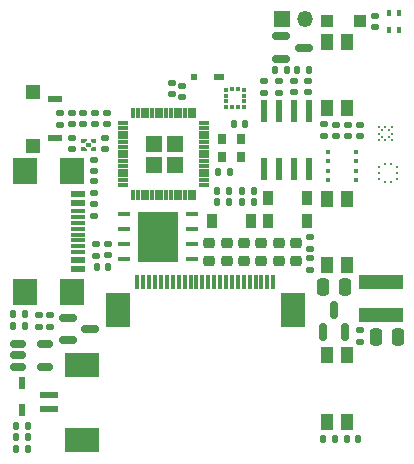
<source format=gbr>
%TF.GenerationSoftware,KiCad,Pcbnew,(6.99.0-1793-ga56955443f)*%
%TF.CreationDate,2022-12-11T18:47:06+00:00*%
%TF.ProjectId,Watchy-MrT-ESP32-S3-V1,57617463-6879-42d4-9d72-542d45535033,rev?*%
%TF.SameCoordinates,Original*%
%TF.FileFunction,Paste,Top*%
%TF.FilePolarity,Positive*%
%FSLAX46Y46*%
G04 Gerber Fmt 4.6, Leading zero omitted, Abs format (unit mm)*
G04 Created by KiCad (PCBNEW (6.99.0-1793-ga56955443f)) date 2022-12-11 18:47:06*
%MOMM*%
%LPD*%
G01*
G04 APERTURE LIST*
G04 Aperture macros list*
%AMRoundRect*
0 Rectangle with rounded corners*
0 $1 Rounding radius*
0 $2 $3 $4 $5 $6 $7 $8 $9 X,Y pos of 4 corners*
0 Add a 4 corners polygon primitive as box body*
4,1,4,$2,$3,$4,$5,$6,$7,$8,$9,$2,$3,0*
0 Add four circle primitives for the rounded corners*
1,1,$1+$1,$2,$3*
1,1,$1+$1,$4,$5*
1,1,$1+$1,$6,$7*
1,1,$1+$1,$8,$9*
0 Add four rect primitives between the rounded corners*
20,1,$1+$1,$2,$3,$4,$5,0*
20,1,$1+$1,$4,$5,$6,$7,0*
20,1,$1+$1,$6,$7,$8,$9,0*
20,1,$1+$1,$8,$9,$2,$3,0*%
G04 Aperture macros list end*
%ADD10C,0.000100*%
%ADD11C,0.010000*%
%ADD12R,0.400000X0.400000*%
%ADD13R,1.150000X0.600000*%
%ADD14R,1.150000X0.300000*%
%ADD15R,2.000000X2.180000*%
%ADD16R,0.250000X0.275000*%
%ADD17R,0.275000X0.250000*%
%ADD18R,1.050000X0.450000*%
%ADD19R,3.450000X4.350000*%
%ADD20R,0.500000X1.100000*%
%ADD21RoundRect,0.135000X0.135000X0.185000X-0.135000X0.185000X-0.135000X-0.185000X0.135000X-0.185000X0*%
%ADD22RoundRect,0.150000X-0.587500X-0.150000X0.587500X-0.150000X0.587500X0.150000X-0.587500X0.150000X0*%
%ADD23R,1.100000X1.100000*%
%ADD24RoundRect,0.140000X-0.140000X-0.170000X0.140000X-0.170000X0.140000X0.170000X-0.140000X0.170000X0*%
%ADD25O,1.350000X1.350000*%
%ADD26R,1.350000X1.350000*%
%ADD27R,1.600000X0.500000*%
%ADD28R,2.900000X2.100000*%
%ADD29RoundRect,0.140000X0.170000X-0.140000X0.170000X0.140000X-0.170000X0.140000X-0.170000X-0.140000X0*%
%ADD30R,0.533400X1.981200*%
%ADD31C,0.200000*%
%ADD32R,0.375000X0.350000*%
%ADD33R,0.350000X0.375000*%
%ADD34R,0.300000X1.300000*%
%ADD35R,2.000000X3.000000*%
%ADD36RoundRect,0.135000X-0.135000X-0.185000X0.135000X-0.185000X0.135000X0.185000X-0.135000X0.185000X0*%
%ADD37RoundRect,0.150000X0.150000X-0.587500X0.150000X0.587500X-0.150000X0.587500X-0.150000X-0.587500X0*%
%ADD38RoundRect,0.135000X0.185000X-0.135000X0.185000X0.135000X-0.185000X0.135000X-0.185000X-0.135000X0*%
%ADD39RoundRect,0.250000X0.250000X0.475000X-0.250000X0.475000X-0.250000X-0.475000X0.250000X-0.475000X0*%
%ADD40RoundRect,0.150000X-0.512500X-0.150000X0.512500X-0.150000X0.512500X0.150000X-0.512500X0.150000X0*%
%ADD41RoundRect,0.225000X0.250000X-0.225000X0.250000X0.225000X-0.250000X0.225000X-0.250000X-0.225000X0*%
%ADD42RoundRect,0.250000X-0.250000X-0.475000X0.250000X-0.475000X0.250000X0.475000X-0.250000X0.475000X0*%
%ADD43RoundRect,0.006600X-0.103400X0.398400X-0.103400X-0.398400X0.103400X-0.398400X0.103400X0.398400X0*%
%ADD44RoundRect,0.022000X-0.383000X0.088000X-0.383000X-0.088000X0.383000X-0.088000X0.383000X0.088000X0*%
%ADD45R,1.000000X1.400000*%
%ADD46R,0.900000X1.200000*%
%ADD47RoundRect,0.135000X-0.185000X0.135000X-0.185000X-0.135000X0.185000X-0.135000X0.185000X0.135000X0*%
%ADD48R,0.650000X0.850000*%
%ADD49RoundRect,0.140000X-0.170000X0.140000X-0.170000X-0.140000X0.170000X-0.140000X0.170000X0.140000X0*%
%ADD50RoundRect,0.147500X0.147500X0.172500X-0.147500X0.172500X-0.147500X-0.172500X0.147500X-0.172500X0*%
%ADD51R,1.200000X1.200000*%
%ADD52R,1.200000X0.500000*%
%ADD53R,0.400000X0.500000*%
%ADD54RoundRect,0.140000X0.140000X0.170000X-0.140000X0.170000X-0.140000X-0.170000X0.140000X-0.170000X0*%
%ADD55R,0.500000X0.500000*%
%ADD56R,0.900000X0.500000*%
%ADD57R,3.700000X1.200000*%
G04 APERTURE END LIST*
%TO.C,U3*%
G36*
X117000000Y-67355000D02*
G01*
X116610000Y-67355000D01*
X116610000Y-67245000D01*
X116760000Y-67095000D01*
X117000000Y-67095000D01*
X117000000Y-67355000D01*
G37*
D10*
X117000000Y-67355000D02*
X116610000Y-67355000D01*
X116610000Y-67245000D01*
X116760000Y-67095000D01*
X117000000Y-67095000D01*
X117000000Y-67355000D01*
G36*
X116190000Y-66555000D02*
G01*
X116040000Y-66705000D01*
X115800000Y-66705000D01*
X115800000Y-66445000D01*
X116190000Y-66445000D01*
X116190000Y-66555000D01*
G37*
X116190000Y-66555000D02*
X116040000Y-66705000D01*
X115800000Y-66705000D01*
X115800000Y-66445000D01*
X116190000Y-66445000D01*
X116190000Y-66555000D01*
G36*
X116190000Y-67245000D02*
G01*
X116190000Y-67355000D01*
X115800000Y-67355000D01*
X115800000Y-67095000D01*
X116040000Y-67095000D01*
X116190000Y-67245000D01*
G37*
X116190000Y-67245000D02*
X116190000Y-67355000D01*
X115800000Y-67355000D01*
X115800000Y-67095000D01*
X116040000Y-67095000D01*
X116190000Y-67245000D01*
G36*
X117000000Y-66705000D02*
G01*
X116760000Y-66705000D01*
X116610000Y-66555000D01*
X116610000Y-66445000D01*
X117000000Y-66445000D01*
X117000000Y-66705000D01*
G37*
X117000000Y-66705000D02*
X116760000Y-66705000D01*
X116610000Y-66555000D01*
X116610000Y-66445000D01*
X117000000Y-66445000D01*
X117000000Y-66705000D01*
G36*
X116564000Y-67064000D02*
G01*
X116236000Y-67064000D01*
X116236000Y-66736000D01*
X116564000Y-66736000D01*
X116564000Y-67064000D01*
G37*
D11*
X116564000Y-67064000D02*
X116236000Y-67064000D01*
X116236000Y-66736000D01*
X116564000Y-66736000D01*
X116564000Y-67064000D01*
%TO.C,U1*%
G36*
X124315000Y-67455000D02*
G01*
X123045000Y-67455000D01*
X123045000Y-66185000D01*
X124315000Y-66185000D01*
X124315000Y-67455000D01*
G37*
X124315000Y-67455000D02*
X123045000Y-67455000D01*
X123045000Y-66185000D01*
X124315000Y-66185000D01*
X124315000Y-67455000D01*
G36*
X122555000Y-67455000D02*
G01*
X121285000Y-67455000D01*
X121285000Y-66185000D01*
X122555000Y-66185000D01*
X122555000Y-67455000D01*
G37*
X122555000Y-67455000D02*
X121285000Y-67455000D01*
X121285000Y-66185000D01*
X122555000Y-66185000D01*
X122555000Y-67455000D01*
G36*
X124315000Y-69215000D02*
G01*
X123045000Y-69215000D01*
X123045000Y-67945000D01*
X124315000Y-67945000D01*
X124315000Y-69215000D01*
G37*
X124315000Y-69215000D02*
X123045000Y-69215000D01*
X123045000Y-67945000D01*
X124315000Y-67945000D01*
X124315000Y-69215000D01*
G36*
X122555000Y-69215000D02*
G01*
X121285000Y-69215000D01*
X121285000Y-67945000D01*
X122555000Y-67945000D01*
X122555000Y-69215000D01*
G37*
X122555000Y-69215000D02*
X121285000Y-69215000D01*
X121285000Y-67945000D01*
X122555000Y-67945000D01*
X122555000Y-69215000D01*
%TD*%
D12*
%TO.C,U4*%
X139064999Y-67499999D03*
X139064999Y-68299999D03*
X139064999Y-69099999D03*
X139064999Y-69899999D03*
X136664999Y-69899999D03*
X136664999Y-69099999D03*
X136664999Y-68299999D03*
X136664999Y-67499999D03*
%TD*%
D13*
%TO.C,J2*%
X115564999Y-71069999D03*
X115564999Y-71869999D03*
X115564999Y-76669999D03*
X115564999Y-77469999D03*
D14*
X115564999Y-72519999D03*
X115564999Y-76019999D03*
X115564999Y-73019999D03*
X115564999Y-75519999D03*
X115564999Y-73519999D03*
X115564999Y-75019999D03*
X115564999Y-74019999D03*
X115564999Y-74519999D03*
D15*
X114989999Y-69159999D03*
X114989999Y-79379999D03*
X111059999Y-69159999D03*
X111059999Y-79379999D03*
%TD*%
D16*
%TO.C,IC2*%
X142049999Y-68536999D03*
X141549999Y-68536999D03*
D17*
X141037999Y-68799999D03*
X141037999Y-69299999D03*
X141037999Y-69799999D03*
D16*
X141549999Y-70062999D03*
X142049999Y-70062999D03*
D17*
X142561999Y-69799999D03*
X142561999Y-69299999D03*
X142561999Y-68799999D03*
%TD*%
D18*
%TO.C,IC1*%
X125149999Y-76604999D03*
X125149999Y-75334999D03*
X125149999Y-74064999D03*
X125149999Y-72794999D03*
X119449999Y-72794999D03*
X119449999Y-74064999D03*
X119449999Y-75334999D03*
X119449999Y-76604999D03*
D19*
X122299999Y-74699999D03*
%TD*%
D20*
%TO.C,D4*%
X110799999Y-89349999D03*
X110799999Y-87049999D03*
%TD*%
D21*
%TO.C,R11*%
X133210000Y-60600000D03*
X132190000Y-60600000D03*
%TD*%
D22*
%TO.C,Q3*%
X132762500Y-57750000D03*
X132762500Y-59650000D03*
X134637500Y-58700000D03*
%TD*%
D23*
%TO.C,D6*%
X139399999Y-56399999D03*
X136599999Y-56399999D03*
%TD*%
D24*
%TO.C,C19*%
X134120000Y-60600000D03*
X135080000Y-60600000D03*
%TD*%
D25*
%TO.C,M1*%
X134799999Y-56299999D03*
D26*
X132799999Y-56299999D03*
%TD*%
D27*
%TO.C,J3*%
X113049999Y-88074999D03*
X113049999Y-89324999D03*
D28*
X115899999Y-91874999D03*
X115899999Y-85542999D03*
%TD*%
D29*
%TO.C,C28*%
X140700000Y-56980000D03*
X140700000Y-56020000D03*
%TD*%
D22*
%TO.C,Q2*%
X114662500Y-81550000D03*
X114662500Y-83450000D03*
X116537500Y-82500000D03*
%TD*%
D30*
%TO.C,U6*%
X131294999Y-68963799D03*
X132564999Y-68963799D03*
X133834999Y-68963799D03*
X135104999Y-68963799D03*
X135104999Y-64036199D03*
X133834999Y-64036199D03*
X132564999Y-64036199D03*
X131294999Y-64036199D03*
%TD*%
D31*
%TO.C,U7*%
X140981750Y-65399000D03*
X141547750Y-65399000D03*
X142113750Y-65399000D03*
X141264750Y-65682000D03*
X141830750Y-65682000D03*
X140981750Y-65965000D03*
X142113750Y-65965000D03*
X141264750Y-66248000D03*
X141830750Y-66248000D03*
X140981750Y-66531000D03*
X141547750Y-66531000D03*
X142113750Y-66531000D03*
%TD*%
D29*
%TO.C,C35*%
X124350000Y-62880000D03*
X124350000Y-61920000D03*
%TD*%
D32*
%TO.C,U8*%
X128037499Y-62249999D03*
X128037499Y-62749999D03*
X128037499Y-63249999D03*
X128037499Y-63749999D03*
D33*
X128549999Y-63762499D03*
X129049999Y-63762499D03*
D32*
X129562499Y-63749999D03*
X129562499Y-63249999D03*
X129562499Y-62749999D03*
X129562499Y-62249999D03*
D33*
X129049999Y-62237499D03*
X128549999Y-62237499D03*
%TD*%
D34*
%TO.C,J1*%
X132069999Y-78569999D03*
X131569999Y-78569999D03*
X131069999Y-78569999D03*
X130569999Y-78569999D03*
X130069999Y-78569999D03*
X129569999Y-78569999D03*
X129069999Y-78569999D03*
X128569999Y-78569999D03*
X128069999Y-78569999D03*
X127569999Y-78569999D03*
X127069999Y-78569999D03*
X126569999Y-78569999D03*
X126069999Y-78569999D03*
X125569999Y-78569999D03*
X125069999Y-78569999D03*
X124569999Y-78569999D03*
X124069999Y-78569999D03*
X123569999Y-78569999D03*
X123069999Y-78569999D03*
X122569999Y-78569999D03*
X122069999Y-78569999D03*
X121569999Y-78569999D03*
X121069999Y-78569999D03*
X120569999Y-78569999D03*
D35*
X118919999Y-80919999D03*
X133719999Y-80919999D03*
%TD*%
D36*
%TO.C,R10*%
X110290000Y-90700000D03*
X111310000Y-90700000D03*
%TD*%
D37*
%TO.C,Q1*%
X136250000Y-82812500D03*
X138150000Y-82812500D03*
X137200000Y-80937500D03*
%TD*%
D38*
%TO.C,R6*%
X113200000Y-82360000D03*
X113200000Y-81340000D03*
%TD*%
D29*
%TO.C,C27*%
X137400000Y-66180000D03*
X137400000Y-65220000D03*
%TD*%
D39*
%TO.C,C8*%
X142650000Y-83175000D03*
X140750000Y-83175000D03*
%TD*%
D29*
%TO.C,C30*%
X117000000Y-65180000D03*
X117000000Y-64220000D03*
%TD*%
D40*
%TO.C,U2*%
X110462500Y-83800000D03*
X110462500Y-84750000D03*
X110462500Y-85700000D03*
X112737500Y-85700000D03*
X112737500Y-83800000D03*
%TD*%
D24*
%TO.C,C1*%
X128720000Y-65200000D03*
X129680000Y-65200000D03*
%TD*%
D38*
%TO.C,R3*%
X135200000Y-77535000D03*
X135200000Y-76515000D03*
%TD*%
D41*
%TO.C,C16*%
X126650000Y-76800000D03*
X126650000Y-75250000D03*
%TD*%
D36*
%TO.C,R17*%
X129390000Y-71800000D03*
X130410000Y-71800000D03*
%TD*%
D41*
%TO.C,C10*%
X129600000Y-76800000D03*
X129600000Y-75250000D03*
%TD*%
D29*
%TO.C,C17*%
X133800000Y-62480000D03*
X133800000Y-61520000D03*
%TD*%
D42*
%TO.C,C9*%
X136250000Y-78950000D03*
X138150000Y-78950000D03*
%TD*%
D43*
%TO.C,U1*%
X125400000Y-64255000D03*
X125000000Y-64255000D03*
X124600000Y-64255000D03*
X124200000Y-64255000D03*
X123800000Y-64255000D03*
X123400000Y-64255000D03*
X123000000Y-64255000D03*
X122600000Y-64255000D03*
X122200000Y-64255000D03*
X121800000Y-64255000D03*
X121400000Y-64255000D03*
X121000000Y-64255000D03*
X120600000Y-64255000D03*
X120200000Y-64255000D03*
D44*
X119355000Y-65100000D03*
X119355000Y-65500000D03*
X119355000Y-65900000D03*
X119355000Y-66300000D03*
X119355000Y-66700000D03*
X119355000Y-67100000D03*
X119355000Y-67500000D03*
X119355000Y-67900000D03*
X119355000Y-68300000D03*
X119355000Y-68700000D03*
X119355000Y-69100000D03*
X119355000Y-69500000D03*
X119355000Y-69900000D03*
X119355000Y-70300000D03*
D43*
X120200000Y-71145000D03*
X120600000Y-71145000D03*
X121000000Y-71145000D03*
X121400000Y-71145000D03*
X121800000Y-71145000D03*
X122200000Y-71145000D03*
X122600000Y-71145000D03*
X123000000Y-71145000D03*
X123400000Y-71145000D03*
X123800000Y-71145000D03*
X124200000Y-71145000D03*
X124600000Y-71145000D03*
X125000000Y-71145000D03*
X125400000Y-71145000D03*
D44*
X126245000Y-70300000D03*
X126245000Y-69900000D03*
X126245000Y-69500000D03*
X126245000Y-69100000D03*
X126245000Y-68700000D03*
X126245000Y-68300000D03*
X126245000Y-67900000D03*
X126245000Y-67500000D03*
X126245000Y-67100000D03*
X126245000Y-66700000D03*
X126245000Y-66300000D03*
X126245000Y-65900000D03*
X126245000Y-65500000D03*
X126245000Y-65100000D03*
%TD*%
D45*
%TO.C,SW2*%
X138349999Y-71474999D03*
X136649999Y-71474999D03*
X138349999Y-77074999D03*
X136649999Y-77074999D03*
%TD*%
D46*
%TO.C,D2*%
X131649999Y-71399999D03*
X134949999Y-71399999D03*
%TD*%
D41*
%TO.C,C15*%
X128125000Y-76800000D03*
X128125000Y-75250000D03*
%TD*%
D24*
%TO.C,C18*%
X110320000Y-92700000D03*
X111280000Y-92700000D03*
%TD*%
D47*
%TO.C,R18*%
X132550000Y-61490000D03*
X132550000Y-62510000D03*
%TD*%
D48*
%TO.C,Y1*%
X127724999Y-67974999D03*
X129374999Y-67974999D03*
X129374999Y-66424999D03*
X127724999Y-66424999D03*
%TD*%
D46*
%TO.C,D1*%
X130149999Y-73399999D03*
X126849999Y-73399999D03*
%TD*%
D38*
%TO.C,R13*%
X117025000Y-76335000D03*
X117025000Y-75315000D03*
%TD*%
D41*
%TO.C,C12*%
X134025000Y-76800000D03*
X134025000Y-75250000D03*
%TD*%
D29*
%TO.C,C3*%
X115000000Y-65180000D03*
X115000000Y-64220000D03*
%TD*%
D38*
%TO.C,R7*%
X112200000Y-82360000D03*
X112200000Y-81340000D03*
%TD*%
D29*
%TO.C,C32*%
X123500000Y-62630000D03*
X123500000Y-61670000D03*
%TD*%
D45*
%TO.C,SW1*%
X138349999Y-58199999D03*
X136649999Y-58199999D03*
X138349999Y-63799999D03*
X136649999Y-63799999D03*
%TD*%
D21*
%TO.C,R8*%
X111060000Y-82300000D03*
X110040000Y-82300000D03*
%TD*%
D41*
%TO.C,C13*%
X132550000Y-76800000D03*
X132550000Y-75250000D03*
%TD*%
D49*
%TO.C,C22*%
X117800000Y-66320000D03*
X117800000Y-67280000D03*
%TD*%
D38*
%TO.C,R15*%
X135200000Y-75710000D03*
X135200000Y-74690000D03*
%TD*%
D24*
%TO.C,C11*%
X138300000Y-91800000D03*
X139260000Y-91800000D03*
%TD*%
D47*
%TO.C,R19*%
X131300000Y-61490000D03*
X131300000Y-62510000D03*
%TD*%
D29*
%TO.C,C29*%
X118000000Y-65180000D03*
X118000000Y-64220000D03*
%TD*%
D45*
%TO.C,SW3*%
X138349999Y-84749999D03*
X136649999Y-84749999D03*
X138349999Y-90349999D03*
X136649999Y-90349999D03*
%TD*%
D41*
%TO.C,C14*%
X131075000Y-76800000D03*
X131075000Y-75250000D03*
%TD*%
D50*
%TO.C,D5*%
X111035000Y-81250000D03*
X110065000Y-81250000D03*
%TD*%
D21*
%TO.C,R9*%
X111310000Y-91700000D03*
X110290000Y-91700000D03*
%TD*%
D49*
%TO.C,C21*%
X115000000Y-66320000D03*
X115000000Y-67280000D03*
%TD*%
D51*
%TO.C,SW4*%
X111741749Y-66985999D03*
X111741749Y-62413999D03*
D52*
X113583249Y-66374999D03*
X113583249Y-63024999D03*
%TD*%
D49*
%TO.C,C31*%
X116900000Y-68220000D03*
X116900000Y-69180000D03*
%TD*%
D53*
%TO.C,U9*%
X142699999Y-55799999D03*
X141899999Y-55799999D03*
X141899999Y-57199999D03*
X142699999Y-57199999D03*
%TD*%
D29*
%TO.C,C4*%
X135000000Y-62480000D03*
X135000000Y-61520000D03*
%TD*%
D46*
%TO.C,D3*%
X131649999Y-73399999D03*
X134949999Y-73399999D03*
%TD*%
D38*
%TO.C,R14*%
X136400000Y-66210000D03*
X136400000Y-65190000D03*
%TD*%
D54*
%TO.C,C5*%
X128300000Y-71800000D03*
X127340000Y-71800000D03*
%TD*%
D29*
%TO.C,C26*%
X139400000Y-66180000D03*
X139400000Y-65220000D03*
%TD*%
D55*
%TO.C,AE1*%
X125394999Y-61149999D03*
D56*
X127494999Y-61149999D03*
%TD*%
D21*
%TO.C,R4*%
X128310000Y-70800000D03*
X127290000Y-70800000D03*
%TD*%
D54*
%TO.C,C2*%
X128380000Y-69200000D03*
X127420000Y-69200000D03*
%TD*%
%TO.C,C7*%
X118080000Y-77300000D03*
X117120000Y-77300000D03*
%TD*%
D29*
%TO.C,C25*%
X138400000Y-66180000D03*
X138400000Y-65220000D03*
%TD*%
D36*
%TO.C,R2*%
X129390000Y-70800000D03*
X130410000Y-70800000D03*
%TD*%
D38*
%TO.C,R1*%
X114000000Y-65210000D03*
X114000000Y-64190000D03*
%TD*%
D49*
%TO.C,C33*%
X116900000Y-70020000D03*
X116900000Y-70980000D03*
%TD*%
D38*
%TO.C,R12*%
X116900000Y-72935000D03*
X116900000Y-71915000D03*
%TD*%
D57*
%TO.C,L2*%
X141199999Y-78499999D03*
X141199999Y-81299999D03*
%TD*%
D29*
%TO.C,C6*%
X118100000Y-76280000D03*
X118100000Y-75320000D03*
%TD*%
D38*
%TO.C,R5*%
X139450000Y-83660000D03*
X139450000Y-82640000D03*
%TD*%
D36*
%TO.C,R16*%
X136290000Y-91800000D03*
X137310000Y-91800000D03*
%TD*%
D29*
%TO.C,C34*%
X116000000Y-65180000D03*
X116000000Y-64220000D03*
%TD*%
M02*

</source>
